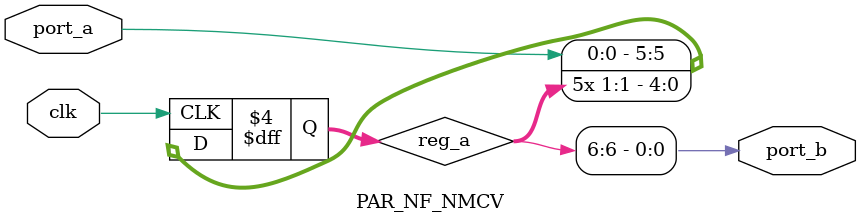
<source format=v>
module PAR_NF_NMCV (port_a, clk, port_b);
   input port_a, clk;
   output port_b;
   parameter par_a = 6;
   reg [1:par_a] reg_a ;
   integer P;
   always @(negedge clk)
   begin
      for (P = 1; P < par_a; P = P+1)
      reg_a[P+1] = reg_a[P];
      reg_a[1] = port_a;
   end
   assign port_b = reg_a[par_a];
endmodule

</source>
